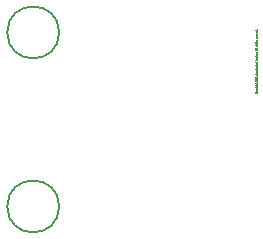
<source format=gbr>
G04 #@! TF.GenerationSoftware,KiCad,Pcbnew,6.0.1-79c1e3a40b~116~ubuntu20.04.1*
G04 #@! TF.CreationDate,2022-01-27T15:15:15+02:00*
G04 #@! TF.ProjectId,opm-inline,6f706d2d-696e-46c6-996e-652e6b696361,rev?*
G04 #@! TF.SameCoordinates,Original*
G04 #@! TF.FileFunction,Other,Comment*
%FSLAX46Y46*%
G04 Gerber Fmt 4.6, Leading zero omitted, Abs format (unit mm)*
G04 Created by KiCad (PCBNEW 6.0.1-79c1e3a40b~116~ubuntu20.04.1) date 2022-01-27 15:15:15*
%MOMM*%
%LPD*%
G01*
G04 APERTURE LIST*
%ADD10C,0.002000*%
%ADD11C,0.150000*%
G04 APERTURE END LIST*
D10*
G04 #@! TO.C,IC1*
X152135357Y-93585833D02*
X152141404Y-93591880D01*
X152147452Y-93610023D01*
X152147452Y-93622119D01*
X152141404Y-93640261D01*
X152129309Y-93652357D01*
X152117214Y-93658404D01*
X152093023Y-93664452D01*
X152074880Y-93664452D01*
X152050690Y-93658404D01*
X152038595Y-93652357D01*
X152026500Y-93640261D01*
X152020452Y-93622119D01*
X152020452Y-93610023D01*
X152026500Y-93591880D01*
X152032547Y-93585833D01*
X152147452Y-93513261D02*
X152141404Y-93525357D01*
X152135357Y-93531404D01*
X152123261Y-93537452D01*
X152086976Y-93537452D01*
X152074880Y-93531404D01*
X152068833Y-93525357D01*
X152062785Y-93513261D01*
X152062785Y-93495119D01*
X152068833Y-93483023D01*
X152074880Y-93476976D01*
X152086976Y-93470928D01*
X152123261Y-93470928D01*
X152135357Y-93476976D01*
X152141404Y-93483023D01*
X152147452Y-93495119D01*
X152147452Y-93513261D01*
X152062785Y-93416500D02*
X152189785Y-93416500D01*
X152068833Y-93416500D02*
X152062785Y-93404404D01*
X152062785Y-93380214D01*
X152068833Y-93368119D01*
X152074880Y-93362071D01*
X152086976Y-93356023D01*
X152123261Y-93356023D01*
X152135357Y-93362071D01*
X152141404Y-93368119D01*
X152147452Y-93380214D01*
X152147452Y-93404404D01*
X152141404Y-93416500D01*
X152062785Y-93313690D02*
X152147452Y-93283452D01*
X152062785Y-93253214D02*
X152147452Y-93283452D01*
X152177690Y-93295547D01*
X152183738Y-93301595D01*
X152189785Y-93313690D01*
X152147452Y-93204833D02*
X152062785Y-93204833D01*
X152086976Y-93204833D02*
X152074880Y-93198785D01*
X152068833Y-93192738D01*
X152062785Y-93180642D01*
X152062785Y-93168547D01*
X152147452Y-93126214D02*
X152062785Y-93126214D01*
X152020452Y-93126214D02*
X152026500Y-93132261D01*
X152032547Y-93126214D01*
X152026500Y-93120166D01*
X152020452Y-93126214D01*
X152032547Y-93126214D01*
X152062785Y-93011309D02*
X152165595Y-93011309D01*
X152177690Y-93017357D01*
X152183738Y-93023404D01*
X152189785Y-93035500D01*
X152189785Y-93053642D01*
X152183738Y-93065738D01*
X152141404Y-93011309D02*
X152147452Y-93023404D01*
X152147452Y-93047595D01*
X152141404Y-93059690D01*
X152135357Y-93065738D01*
X152123261Y-93071785D01*
X152086976Y-93071785D01*
X152074880Y-93065738D01*
X152068833Y-93059690D01*
X152062785Y-93047595D01*
X152062785Y-93023404D01*
X152068833Y-93011309D01*
X152147452Y-92950833D02*
X152020452Y-92950833D01*
X152147452Y-92896404D02*
X152080928Y-92896404D01*
X152068833Y-92902452D01*
X152062785Y-92914547D01*
X152062785Y-92932690D01*
X152068833Y-92944785D01*
X152074880Y-92950833D01*
X152062785Y-92854071D02*
X152062785Y-92805690D01*
X152020452Y-92835928D02*
X152129309Y-92835928D01*
X152141404Y-92829880D01*
X152147452Y-92817785D01*
X152147452Y-92805690D01*
X152032547Y-92672642D02*
X152026500Y-92666595D01*
X152020452Y-92654500D01*
X152020452Y-92624261D01*
X152026500Y-92612166D01*
X152032547Y-92606119D01*
X152044642Y-92600071D01*
X152056738Y-92600071D01*
X152074880Y-92606119D01*
X152147452Y-92678690D01*
X152147452Y-92600071D01*
X152020452Y-92521452D02*
X152020452Y-92509357D01*
X152026500Y-92497261D01*
X152032547Y-92491214D01*
X152044642Y-92485166D01*
X152068833Y-92479119D01*
X152099071Y-92479119D01*
X152123261Y-92485166D01*
X152135357Y-92491214D01*
X152141404Y-92497261D01*
X152147452Y-92509357D01*
X152147452Y-92521452D01*
X152141404Y-92533547D01*
X152135357Y-92539595D01*
X152123261Y-92545642D01*
X152099071Y-92551690D01*
X152068833Y-92551690D01*
X152044642Y-92545642D01*
X152032547Y-92539595D01*
X152026500Y-92533547D01*
X152020452Y-92521452D01*
X152032547Y-92430738D02*
X152026500Y-92424690D01*
X152020452Y-92412595D01*
X152020452Y-92382357D01*
X152026500Y-92370261D01*
X152032547Y-92364214D01*
X152044642Y-92358166D01*
X152056738Y-92358166D01*
X152074880Y-92364214D01*
X152147452Y-92436785D01*
X152147452Y-92358166D01*
X152147452Y-92237214D02*
X152147452Y-92309785D01*
X152147452Y-92273500D02*
X152020452Y-92273500D01*
X152038595Y-92285595D01*
X152050690Y-92297690D01*
X152056738Y-92309785D01*
X152111166Y-92092071D02*
X152111166Y-92031595D01*
X152147452Y-92104166D02*
X152020452Y-92061833D01*
X152147452Y-92019500D01*
X152141404Y-91922738D02*
X152147452Y-91934833D01*
X152147452Y-91959023D01*
X152141404Y-91971119D01*
X152135357Y-91977166D01*
X152123261Y-91983214D01*
X152086976Y-91983214D01*
X152074880Y-91977166D01*
X152068833Y-91971119D01*
X152062785Y-91959023D01*
X152062785Y-91934833D01*
X152068833Y-91922738D01*
X152141404Y-91813880D02*
X152147452Y-91825976D01*
X152147452Y-91850166D01*
X152141404Y-91862261D01*
X152135357Y-91868309D01*
X152123261Y-91874357D01*
X152086976Y-91874357D01*
X152074880Y-91868309D01*
X152068833Y-91862261D01*
X152062785Y-91850166D01*
X152062785Y-91825976D01*
X152068833Y-91813880D01*
X152141404Y-91711071D02*
X152147452Y-91723166D01*
X152147452Y-91747357D01*
X152141404Y-91759452D01*
X152129309Y-91765500D01*
X152080928Y-91765500D01*
X152068833Y-91759452D01*
X152062785Y-91747357D01*
X152062785Y-91723166D01*
X152068833Y-91711071D01*
X152080928Y-91705023D01*
X152093023Y-91705023D01*
X152105119Y-91765500D01*
X152147452Y-91632452D02*
X152141404Y-91644547D01*
X152129309Y-91650595D01*
X152020452Y-91650595D01*
X152141404Y-91535690D02*
X152147452Y-91547785D01*
X152147452Y-91571976D01*
X152141404Y-91584071D01*
X152129309Y-91590119D01*
X152080928Y-91590119D01*
X152068833Y-91584071D01*
X152062785Y-91571976D01*
X152062785Y-91547785D01*
X152068833Y-91535690D01*
X152080928Y-91529642D01*
X152093023Y-91529642D01*
X152105119Y-91590119D01*
X152147452Y-91475214D02*
X152062785Y-91475214D01*
X152086976Y-91475214D02*
X152074880Y-91469166D01*
X152068833Y-91463119D01*
X152062785Y-91451023D01*
X152062785Y-91438928D01*
X152147452Y-91342166D02*
X152080928Y-91342166D01*
X152068833Y-91348214D01*
X152062785Y-91360309D01*
X152062785Y-91384500D01*
X152068833Y-91396595D01*
X152141404Y-91342166D02*
X152147452Y-91354261D01*
X152147452Y-91384500D01*
X152141404Y-91396595D01*
X152129309Y-91402642D01*
X152117214Y-91402642D01*
X152105119Y-91396595D01*
X152099071Y-91384500D01*
X152099071Y-91354261D01*
X152093023Y-91342166D01*
X152062785Y-91299833D02*
X152062785Y-91251452D01*
X152020452Y-91281690D02*
X152129309Y-91281690D01*
X152141404Y-91275642D01*
X152147452Y-91263547D01*
X152147452Y-91251452D01*
X152141404Y-91160738D02*
X152147452Y-91172833D01*
X152147452Y-91197023D01*
X152141404Y-91209119D01*
X152129309Y-91215166D01*
X152080928Y-91215166D01*
X152068833Y-91209119D01*
X152062785Y-91197023D01*
X152062785Y-91172833D01*
X152068833Y-91160738D01*
X152080928Y-91154690D01*
X152093023Y-91154690D01*
X152105119Y-91215166D01*
X152147452Y-91045833D02*
X152020452Y-91045833D01*
X152141404Y-91045833D02*
X152147452Y-91057928D01*
X152147452Y-91082119D01*
X152141404Y-91094214D01*
X152135357Y-91100261D01*
X152123261Y-91106309D01*
X152086976Y-91106309D01*
X152074880Y-91100261D01*
X152068833Y-91094214D01*
X152062785Y-91082119D01*
X152062785Y-91057928D01*
X152068833Y-91045833D01*
X152147452Y-90888595D02*
X152020452Y-90888595D01*
X152020452Y-90858357D01*
X152026500Y-90840214D01*
X152038595Y-90828119D01*
X152050690Y-90822071D01*
X152074880Y-90816023D01*
X152093023Y-90816023D01*
X152117214Y-90822071D01*
X152129309Y-90828119D01*
X152141404Y-90840214D01*
X152147452Y-90858357D01*
X152147452Y-90888595D01*
X152141404Y-90713214D02*
X152147452Y-90725309D01*
X152147452Y-90749500D01*
X152141404Y-90761595D01*
X152129309Y-90767642D01*
X152080928Y-90767642D01*
X152068833Y-90761595D01*
X152062785Y-90749500D01*
X152062785Y-90725309D01*
X152068833Y-90713214D01*
X152080928Y-90707166D01*
X152093023Y-90707166D01*
X152105119Y-90767642D01*
X152141404Y-90658785D02*
X152147452Y-90646690D01*
X152147452Y-90622500D01*
X152141404Y-90610404D01*
X152129309Y-90604357D01*
X152123261Y-90604357D01*
X152111166Y-90610404D01*
X152105119Y-90622500D01*
X152105119Y-90640642D01*
X152099071Y-90652738D01*
X152086976Y-90658785D01*
X152080928Y-90658785D01*
X152068833Y-90652738D01*
X152062785Y-90640642D01*
X152062785Y-90622500D01*
X152068833Y-90610404D01*
X152147452Y-90549928D02*
X152062785Y-90549928D01*
X152020452Y-90549928D02*
X152026500Y-90555976D01*
X152032547Y-90549928D01*
X152026500Y-90543880D01*
X152020452Y-90549928D01*
X152032547Y-90549928D01*
X152062785Y-90435023D02*
X152165595Y-90435023D01*
X152177690Y-90441071D01*
X152183738Y-90447119D01*
X152189785Y-90459214D01*
X152189785Y-90477357D01*
X152183738Y-90489452D01*
X152141404Y-90435023D02*
X152147452Y-90447119D01*
X152147452Y-90471309D01*
X152141404Y-90483404D01*
X152135357Y-90489452D01*
X152123261Y-90495500D01*
X152086976Y-90495500D01*
X152074880Y-90489452D01*
X152068833Y-90483404D01*
X152062785Y-90471309D01*
X152062785Y-90447119D01*
X152068833Y-90435023D01*
X152062785Y-90374547D02*
X152147452Y-90374547D01*
X152074880Y-90374547D02*
X152068833Y-90368500D01*
X152062785Y-90356404D01*
X152062785Y-90338261D01*
X152068833Y-90326166D01*
X152080928Y-90320119D01*
X152147452Y-90320119D01*
X152141404Y-90265690D02*
X152147452Y-90253595D01*
X152147452Y-90229404D01*
X152141404Y-90217309D01*
X152129309Y-90211261D01*
X152123261Y-90211261D01*
X152111166Y-90217309D01*
X152105119Y-90229404D01*
X152105119Y-90247547D01*
X152099071Y-90259642D01*
X152086976Y-90265690D01*
X152080928Y-90265690D01*
X152068833Y-90259642D01*
X152062785Y-90247547D01*
X152062785Y-90229404D01*
X152068833Y-90217309D01*
X152135357Y-90156833D02*
X152141404Y-90150785D01*
X152147452Y-90156833D01*
X152141404Y-90162880D01*
X152135357Y-90156833D01*
X152147452Y-90156833D01*
X152111166Y-90005642D02*
X152111166Y-89945166D01*
X152147452Y-90017738D02*
X152020452Y-89975404D01*
X152147452Y-89933071D01*
X152147452Y-89872595D02*
X152141404Y-89884690D01*
X152129309Y-89890738D01*
X152020452Y-89890738D01*
X152147452Y-89806071D02*
X152141404Y-89818166D01*
X152129309Y-89824214D01*
X152020452Y-89824214D01*
X152147452Y-89660928D02*
X152062785Y-89660928D01*
X152086976Y-89660928D02*
X152074880Y-89654880D01*
X152068833Y-89648833D01*
X152062785Y-89636738D01*
X152062785Y-89624642D01*
X152147452Y-89582309D02*
X152062785Y-89582309D01*
X152020452Y-89582309D02*
X152026500Y-89588357D01*
X152032547Y-89582309D01*
X152026500Y-89576261D01*
X152020452Y-89582309D01*
X152032547Y-89582309D01*
X152062785Y-89467404D02*
X152165595Y-89467404D01*
X152177690Y-89473452D01*
X152183738Y-89479500D01*
X152189785Y-89491595D01*
X152189785Y-89509738D01*
X152183738Y-89521833D01*
X152141404Y-89467404D02*
X152147452Y-89479500D01*
X152147452Y-89503690D01*
X152141404Y-89515785D01*
X152135357Y-89521833D01*
X152123261Y-89527880D01*
X152086976Y-89527880D01*
X152074880Y-89521833D01*
X152068833Y-89515785D01*
X152062785Y-89503690D01*
X152062785Y-89479500D01*
X152068833Y-89467404D01*
X152147452Y-89406928D02*
X152020452Y-89406928D01*
X152147452Y-89352500D02*
X152080928Y-89352500D01*
X152068833Y-89358547D01*
X152062785Y-89370642D01*
X152062785Y-89388785D01*
X152068833Y-89400880D01*
X152074880Y-89406928D01*
X152062785Y-89310166D02*
X152062785Y-89261785D01*
X152020452Y-89292023D02*
X152129309Y-89292023D01*
X152141404Y-89285976D01*
X152147452Y-89273880D01*
X152147452Y-89261785D01*
X152141404Y-89225500D02*
X152147452Y-89213404D01*
X152147452Y-89189214D01*
X152141404Y-89177119D01*
X152129309Y-89171071D01*
X152123261Y-89171071D01*
X152111166Y-89177119D01*
X152105119Y-89189214D01*
X152105119Y-89207357D01*
X152099071Y-89219452D01*
X152086976Y-89225500D01*
X152080928Y-89225500D01*
X152068833Y-89219452D01*
X152062785Y-89207357D01*
X152062785Y-89189214D01*
X152068833Y-89177119D01*
X152147452Y-89019880D02*
X152062785Y-89019880D01*
X152086976Y-89019880D02*
X152074880Y-89013833D01*
X152068833Y-89007785D01*
X152062785Y-88995690D01*
X152062785Y-88983595D01*
X152141404Y-88892880D02*
X152147452Y-88904976D01*
X152147452Y-88929166D01*
X152141404Y-88941261D01*
X152129309Y-88947309D01*
X152080928Y-88947309D01*
X152068833Y-88941261D01*
X152062785Y-88929166D01*
X152062785Y-88904976D01*
X152068833Y-88892880D01*
X152080928Y-88886833D01*
X152093023Y-88886833D01*
X152105119Y-88947309D01*
X152141404Y-88838452D02*
X152147452Y-88826357D01*
X152147452Y-88802166D01*
X152141404Y-88790071D01*
X152129309Y-88784023D01*
X152123261Y-88784023D01*
X152111166Y-88790071D01*
X152105119Y-88802166D01*
X152105119Y-88820309D01*
X152099071Y-88832404D01*
X152086976Y-88838452D01*
X152080928Y-88838452D01*
X152068833Y-88832404D01*
X152062785Y-88820309D01*
X152062785Y-88802166D01*
X152068833Y-88790071D01*
X152141404Y-88681214D02*
X152147452Y-88693309D01*
X152147452Y-88717500D01*
X152141404Y-88729595D01*
X152129309Y-88735642D01*
X152080928Y-88735642D01*
X152068833Y-88729595D01*
X152062785Y-88717500D01*
X152062785Y-88693309D01*
X152068833Y-88681214D01*
X152080928Y-88675166D01*
X152093023Y-88675166D01*
X152105119Y-88735642D01*
X152147452Y-88620738D02*
X152062785Y-88620738D01*
X152086976Y-88620738D02*
X152074880Y-88614690D01*
X152068833Y-88608642D01*
X152062785Y-88596547D01*
X152062785Y-88584452D01*
X152062785Y-88554214D02*
X152147452Y-88523976D01*
X152062785Y-88493738D01*
X152141404Y-88396976D02*
X152147452Y-88409071D01*
X152147452Y-88433261D01*
X152141404Y-88445357D01*
X152129309Y-88451404D01*
X152080928Y-88451404D01*
X152068833Y-88445357D01*
X152062785Y-88433261D01*
X152062785Y-88409071D01*
X152068833Y-88396976D01*
X152080928Y-88390928D01*
X152093023Y-88390928D01*
X152105119Y-88451404D01*
X152147452Y-88282071D02*
X152020452Y-88282071D01*
X152141404Y-88282071D02*
X152147452Y-88294166D01*
X152147452Y-88318357D01*
X152141404Y-88330452D01*
X152135357Y-88336500D01*
X152123261Y-88342547D01*
X152086976Y-88342547D01*
X152074880Y-88336500D01*
X152068833Y-88330452D01*
X152062785Y-88318357D01*
X152062785Y-88294166D01*
X152068833Y-88282071D01*
X152135357Y-88221595D02*
X152141404Y-88215547D01*
X152147452Y-88221595D01*
X152141404Y-88227642D01*
X152135357Y-88221595D01*
X152147452Y-88221595D01*
D11*
G04 #@! TO.C,H201*
X135423000Y-103251000D02*
G75*
G03*
X135423000Y-103251000I-2200000J0D01*
G01*
G04 #@! TO.C,H202*
X135423000Y-88519000D02*
G75*
G03*
X135423000Y-88519000I-2200000J0D01*
G01*
G04 #@! TD*
M02*

</source>
